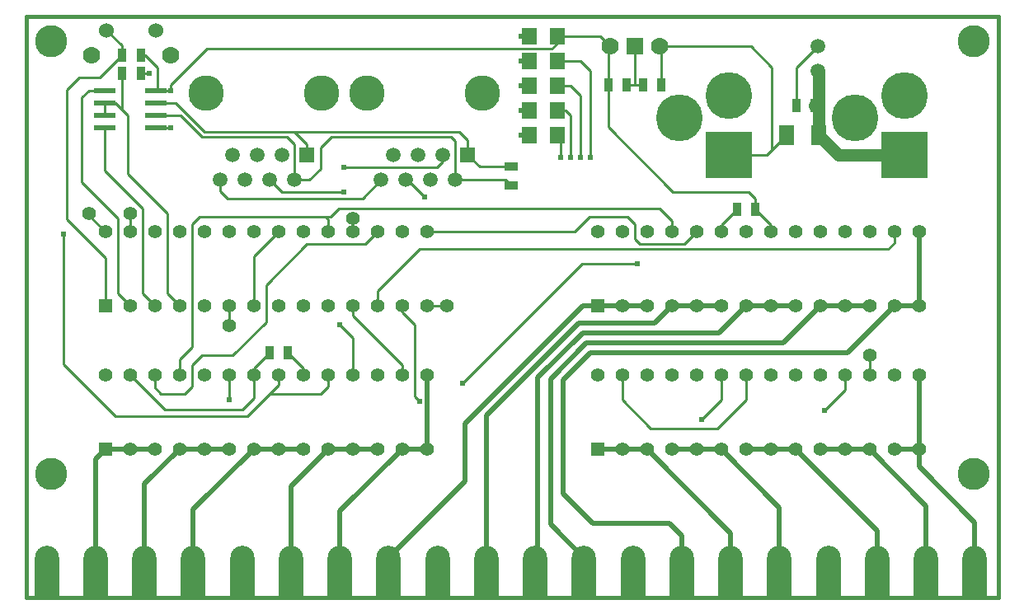
<source format=gtl>
G04 (created by PCBNEW-RS274X (2012-03-17 BZR 3466)-stable) date Mon 10 Dec 2012 10:26:00 PM EST*
G01*
G70*
G90*
%MOIN*%
G04 Gerber Fmt 3.4, Leading zero omitted, Abs format*
%FSLAX34Y34*%
G04 APERTURE LIST*
%ADD10C,0.006000*%
%ADD11C,0.015000*%
%ADD12C,0.059100*%
%ADD13C,0.060000*%
%ADD14C,0.070000*%
%ADD15C,0.055000*%
%ADD16R,0.055000X0.055000*%
%ADD17C,0.189000*%
%ADD18R,0.189000X0.189000*%
%ADD19C,0.143700*%
%ADD20R,0.059100X0.059100*%
%ADD21R,0.055000X0.035000*%
%ADD22R,0.035000X0.055000*%
%ADD23R,0.060000X0.080000*%
%ADD24R,0.086600X0.023600*%
%ADD25R,0.062900X0.070900*%
%ADD26R,0.070000X0.070000*%
%ADD27C,0.130000*%
%ADD28C,0.098400*%
%ADD29R,0.098400X0.160000*%
%ADD30C,0.024000*%
%ADD31C,0.010000*%
%ADD32C,0.020000*%
%ADD33C,0.050000*%
G04 APERTURE END LIST*
G54D10*
G54D11*
X00000Y-23500D02*
X39300Y-23500D01*
X00000Y00000D02*
X39300Y00000D01*
X00000Y-23500D02*
X00000Y00000D01*
X39300Y00000D02*
X39300Y-23500D01*
G54D12*
X32000Y-01200D03*
X32000Y-02200D03*
G54D13*
X03250Y-00550D03*
X05250Y-00550D03*
G54D14*
X02650Y-01550D03*
X05850Y-01550D03*
G54D15*
X04200Y-11700D03*
X05200Y-11700D03*
X06200Y-11700D03*
X07200Y-11700D03*
X08200Y-11700D03*
X09200Y-11700D03*
X10200Y-11700D03*
X11200Y-11700D03*
X12200Y-11700D03*
X13200Y-11700D03*
X14200Y-11700D03*
X15200Y-11700D03*
X16200Y-11700D03*
G54D16*
X03200Y-11700D03*
G54D15*
X16200Y-08700D03*
X15200Y-08700D03*
X14200Y-08700D03*
X13200Y-08700D03*
X12200Y-08700D03*
X11200Y-08700D03*
X10200Y-08700D03*
X09200Y-08700D03*
X08200Y-08700D03*
X07200Y-08700D03*
X06200Y-08700D03*
X05200Y-08700D03*
X04200Y-08700D03*
X03200Y-08700D03*
G54D17*
X28400Y-03200D03*
G54D18*
X28400Y-05600D03*
G54D17*
X26400Y-04100D03*
X35500Y-03200D03*
G54D18*
X35500Y-05600D03*
G54D17*
X33500Y-04100D03*
G54D19*
X13762Y-03100D03*
X18435Y-03100D03*
G54D20*
X17850Y-05600D03*
G54D12*
X17350Y-06600D03*
X16850Y-05600D03*
X16350Y-06600D03*
X15850Y-05600D03*
X15350Y-06600D03*
X14850Y-05600D03*
X14350Y-06600D03*
G54D19*
X07262Y-03100D03*
X11935Y-03100D03*
G54D20*
X11350Y-05600D03*
G54D12*
X10850Y-06600D03*
X10350Y-05600D03*
X09850Y-06600D03*
X09350Y-05600D03*
X08850Y-06600D03*
X08350Y-05600D03*
X07850Y-06600D03*
G54D21*
X19600Y-06075D03*
X19600Y-06825D03*
G54D22*
X10575Y-13600D03*
X09825Y-13600D03*
X04625Y-01550D03*
X03875Y-01550D03*
G54D23*
X30750Y-04800D03*
X32050Y-04800D03*
G54D22*
X03875Y-02300D03*
X04625Y-02300D03*
G54D24*
X03176Y-03000D03*
X03176Y-03500D03*
X03176Y-04000D03*
X03176Y-04500D03*
X05223Y-04500D03*
X05223Y-04000D03*
X05223Y-03500D03*
X05223Y-03000D03*
G54D25*
X21459Y-04800D03*
X20341Y-04800D03*
X21459Y-03800D03*
X20341Y-03800D03*
X21459Y-02800D03*
X20341Y-02800D03*
X21459Y-01800D03*
X20341Y-01800D03*
G54D14*
X25600Y-01200D03*
G54D26*
X24600Y-01200D03*
G54D14*
X23600Y-01200D03*
G54D25*
X21459Y-00799D03*
X20341Y-00799D03*
G54D22*
X23525Y-02750D03*
X24275Y-02750D03*
X31875Y-03600D03*
X31125Y-03600D03*
X25675Y-02750D03*
X24925Y-02750D03*
G54D15*
X02550Y-07950D03*
X04200Y-07950D03*
X13200Y-08150D03*
X17000Y-11700D03*
X08200Y-12500D03*
X34100Y-13700D03*
G54D27*
X38300Y-18500D03*
X01000Y-18500D03*
X38300Y-01000D03*
X01000Y-01000D03*
G54D22*
X28725Y-07800D03*
X29475Y-07800D03*
G54D15*
X24100Y-17500D03*
X25100Y-17500D03*
X26100Y-17500D03*
X27100Y-17500D03*
X28100Y-17500D03*
X29100Y-17500D03*
X30100Y-17500D03*
X31100Y-17500D03*
X32100Y-17500D03*
X33100Y-17500D03*
X34100Y-17500D03*
X35100Y-17500D03*
X36100Y-17500D03*
G54D16*
X23100Y-17500D03*
G54D15*
X36100Y-14500D03*
X35100Y-14500D03*
X34100Y-14500D03*
X33100Y-14500D03*
X32100Y-14500D03*
X31100Y-14500D03*
X30100Y-14500D03*
X29100Y-14500D03*
X28100Y-14500D03*
X27100Y-14500D03*
X26100Y-14500D03*
X25100Y-14500D03*
X24100Y-14500D03*
X23100Y-14500D03*
X24100Y-11700D03*
X25100Y-11700D03*
X26100Y-11700D03*
X27100Y-11700D03*
X28100Y-11700D03*
X29100Y-11700D03*
X30100Y-11700D03*
X31100Y-11700D03*
X32100Y-11700D03*
X33100Y-11700D03*
X34100Y-11700D03*
X35100Y-11700D03*
X36100Y-11700D03*
G54D16*
X23100Y-11700D03*
G54D15*
X36100Y-08700D03*
X35100Y-08700D03*
X34100Y-08700D03*
X33100Y-08700D03*
X32100Y-08700D03*
X31100Y-08700D03*
X30100Y-08700D03*
X29100Y-08700D03*
X28100Y-08700D03*
X27100Y-08700D03*
X26100Y-08700D03*
X25100Y-08700D03*
X24100Y-08700D03*
X23100Y-08700D03*
X04200Y-17500D03*
X05200Y-17500D03*
X06200Y-17500D03*
X07200Y-17500D03*
X08200Y-17500D03*
X09200Y-17500D03*
X10200Y-17500D03*
X11200Y-17500D03*
X12200Y-17500D03*
X13200Y-17500D03*
X14200Y-17500D03*
X15200Y-17500D03*
X16200Y-17500D03*
G54D16*
X03200Y-17500D03*
G54D15*
X16200Y-14500D03*
X15200Y-14500D03*
X14200Y-14500D03*
X13200Y-14500D03*
X12200Y-14500D03*
X11200Y-14500D03*
X10200Y-14500D03*
X09200Y-14500D03*
X08200Y-14500D03*
X07200Y-14500D03*
X06200Y-14500D03*
X05200Y-14500D03*
X04200Y-14500D03*
X03200Y-14500D03*
G54D28*
X38354Y-21900D03*
X34416Y-21900D03*
X32448Y-21900D03*
X36385Y-21900D03*
G54D29*
X32448Y-22700D03*
X34416Y-22700D03*
X36385Y-22700D03*
X38354Y-22700D03*
G54D28*
X30454Y-21900D03*
X26516Y-21900D03*
X24548Y-21900D03*
X28485Y-21900D03*
G54D29*
X24548Y-22700D03*
X26516Y-22700D03*
X28485Y-22700D03*
X30454Y-22700D03*
G54D28*
X22554Y-21900D03*
X18616Y-21900D03*
X16648Y-21900D03*
X20585Y-21900D03*
G54D29*
X16648Y-22700D03*
X18616Y-22700D03*
X20585Y-22700D03*
X22554Y-22700D03*
G54D28*
X14654Y-21900D03*
X10716Y-21900D03*
X08748Y-21900D03*
X12685Y-21900D03*
G54D29*
X08748Y-22700D03*
X10716Y-22700D03*
X12685Y-22700D03*
X14654Y-22700D03*
G54D28*
X06754Y-21900D03*
X02816Y-21900D03*
X00848Y-21900D03*
X04785Y-21900D03*
G54D29*
X00848Y-22700D03*
X02816Y-22700D03*
X04785Y-22700D03*
X06754Y-22700D03*
G54D30*
X08200Y-15500D03*
X27300Y-16300D03*
X22800Y-05700D03*
X22400Y-05700D03*
X22000Y-05700D03*
X21600Y-05700D03*
X32275Y-15925D03*
X12675Y-12475D03*
X12850Y-06100D03*
X12850Y-07100D03*
X16100Y-07300D03*
X17650Y-14825D03*
X24700Y-10000D03*
X15900Y-15550D03*
X05825Y-04500D03*
X04975Y-02300D03*
X20000Y-01800D03*
X20000Y-00800D03*
X20000Y-02800D03*
X20000Y-03800D03*
X20000Y-04800D03*
X01500Y-08800D03*
X05825Y-03000D03*
G54D31*
X27300Y-16300D02*
X28100Y-15500D01*
X08200Y-15500D02*
X08200Y-14500D01*
X28725Y-07800D02*
X28100Y-08425D01*
X28100Y-14500D02*
X28100Y-15500D01*
X28100Y-08425D02*
X28100Y-08700D01*
X21459Y-01800D02*
X22400Y-01800D01*
X22400Y-01800D02*
X22800Y-02200D01*
X22800Y-02200D02*
X22800Y-05700D01*
X22000Y-02800D02*
X21459Y-02800D01*
X22400Y-03200D02*
X22400Y-05700D01*
X22000Y-02800D02*
X22400Y-03200D01*
X21800Y-03800D02*
X22000Y-04000D01*
X21800Y-03800D02*
X21459Y-03800D01*
X22000Y-04000D02*
X22000Y-05700D01*
X21600Y-05700D02*
X21600Y-04941D01*
X21459Y-04800D02*
X21600Y-04941D01*
X12350Y-04850D02*
X11900Y-05300D01*
X17175Y-04850D02*
X12350Y-04850D01*
X06250Y-04000D02*
X07100Y-04850D01*
X05223Y-04000D02*
X06250Y-04000D01*
X17350Y-06600D02*
X19375Y-06600D01*
X10850Y-05150D02*
X10850Y-06600D01*
X17350Y-06600D02*
X17350Y-05025D01*
X10550Y-04850D02*
X10850Y-05150D01*
X11900Y-06150D02*
X11450Y-06600D01*
X11450Y-06600D02*
X10850Y-06600D01*
X19375Y-06600D02*
X19600Y-06825D01*
X11900Y-05300D02*
X11900Y-06150D01*
X07100Y-04850D02*
X10550Y-04850D01*
X17350Y-05025D02*
X17175Y-04850D01*
X17850Y-05000D02*
X17850Y-05600D01*
X07200Y-04650D02*
X10800Y-04650D01*
X06050Y-03500D02*
X07200Y-04650D01*
X11350Y-05150D02*
X11350Y-05600D01*
X10850Y-04650D02*
X11350Y-05150D01*
X18325Y-06075D02*
X19600Y-06075D01*
X17850Y-05600D02*
X18325Y-06075D01*
X10800Y-04650D02*
X10850Y-04650D01*
X10800Y-04650D02*
X17500Y-04650D01*
X17500Y-04650D02*
X17850Y-05000D01*
X05223Y-03500D02*
X06050Y-03500D01*
X13200Y-13000D02*
X13200Y-14500D01*
X12675Y-12475D02*
X13200Y-13000D01*
X33100Y-15100D02*
X33100Y-14500D01*
X32275Y-15925D02*
X33100Y-15100D01*
X10575Y-13600D02*
X11200Y-14225D01*
X11200Y-14225D02*
X11200Y-14500D01*
X30750Y-04800D02*
X30150Y-05400D01*
X30150Y-05400D02*
X29950Y-05600D01*
X29950Y-05600D02*
X28400Y-05600D01*
X25675Y-01275D02*
X25600Y-01200D01*
X29300Y-01200D02*
X30150Y-02050D01*
X30150Y-02050D02*
X30150Y-05400D01*
X25600Y-01200D02*
X29300Y-01200D01*
X25675Y-02750D02*
X25675Y-01275D01*
X01650Y-02950D02*
X02150Y-02450D01*
X03875Y-01550D02*
X03875Y-01175D01*
X03200Y-09750D02*
X01650Y-08200D01*
X01650Y-08200D02*
X01650Y-02950D01*
X03875Y-01175D02*
X03250Y-00550D01*
X02150Y-02450D02*
X02975Y-02450D01*
X03200Y-11700D02*
X03200Y-09750D01*
X02975Y-02450D02*
X03875Y-01550D01*
X12850Y-06100D02*
X16600Y-06100D01*
X16600Y-06100D02*
X16850Y-05850D01*
X16850Y-05850D02*
X16850Y-05600D01*
X10350Y-07100D02*
X12850Y-07100D01*
X09850Y-06600D02*
X10350Y-07100D01*
X15350Y-06600D02*
X15400Y-06600D01*
X15400Y-06600D02*
X16100Y-07300D01*
X07850Y-06600D02*
X07850Y-07050D01*
X08150Y-07350D02*
X13600Y-07350D01*
X13600Y-07350D02*
X14350Y-06600D01*
X07850Y-07050D02*
X08150Y-07350D01*
X03176Y-03000D02*
X02525Y-03000D01*
X02250Y-03275D02*
X02250Y-06700D01*
X03700Y-11200D02*
X04200Y-11700D01*
X02525Y-03000D02*
X02250Y-03275D01*
X03700Y-08150D02*
X03700Y-11200D01*
X02250Y-06700D02*
X03700Y-08150D01*
X25600Y-07750D02*
X26100Y-08250D01*
X12300Y-08100D02*
X12650Y-07750D01*
X12650Y-07750D02*
X25600Y-07750D01*
X06700Y-08400D02*
X07000Y-08100D01*
X12100Y-08100D02*
X12300Y-08100D01*
X06700Y-13350D02*
X06700Y-08400D01*
X06200Y-14500D02*
X06200Y-13850D01*
X26100Y-08250D02*
X26100Y-08700D01*
X06200Y-13850D02*
X06700Y-13350D01*
X12100Y-08100D02*
X12200Y-08200D01*
X12200Y-08700D02*
X12200Y-08200D01*
X07000Y-08100D02*
X12100Y-08100D01*
X09700Y-12350D02*
X08350Y-13700D01*
X08350Y-13700D02*
X07100Y-13700D01*
X06400Y-15250D02*
X05950Y-15250D01*
X05200Y-15000D02*
X05450Y-15250D01*
X14200Y-08700D02*
X13700Y-09200D01*
X09700Y-10850D02*
X09700Y-12350D01*
X06700Y-14950D02*
X06400Y-15250D01*
X06700Y-14100D02*
X06700Y-14950D01*
X05200Y-14500D02*
X05200Y-15000D01*
X11350Y-09200D02*
X09700Y-10850D01*
X05450Y-15250D02*
X05950Y-15250D01*
X13700Y-09200D02*
X11350Y-09200D01*
X07100Y-13700D02*
X06700Y-14100D01*
X17650Y-14825D02*
X22475Y-10000D01*
X22475Y-10000D02*
X24700Y-10000D01*
X34100Y-14500D02*
X34100Y-13700D01*
X04700Y-11200D02*
X05200Y-11700D01*
X03176Y-04500D02*
X03176Y-06226D01*
X04700Y-07750D02*
X04700Y-11200D01*
X03176Y-06226D02*
X04700Y-07750D01*
X03176Y-04000D02*
X03176Y-03500D01*
X04100Y-06350D02*
X05700Y-07950D01*
X05700Y-11200D02*
X06200Y-11700D01*
X03176Y-03500D02*
X03600Y-03500D01*
X04100Y-04000D02*
X04100Y-06350D01*
X03600Y-03500D02*
X03875Y-03775D01*
X05700Y-07950D02*
X05700Y-11200D01*
X03875Y-03775D02*
X04100Y-04000D01*
X04500Y-06750D02*
X05700Y-07950D01*
X03875Y-02300D02*
X03875Y-03775D01*
X13200Y-12100D02*
X13200Y-11700D01*
X15200Y-14500D02*
X15200Y-14100D01*
X15200Y-14100D02*
X13200Y-12100D01*
X14200Y-11700D02*
X14200Y-11100D01*
X14200Y-11100D02*
X15900Y-09400D01*
X15900Y-09400D02*
X34850Y-09400D01*
X34850Y-09400D02*
X35100Y-09150D01*
X35100Y-09150D02*
X35100Y-08700D01*
X15700Y-12450D02*
X15700Y-15350D01*
X15200Y-11950D02*
X15200Y-11700D01*
X15700Y-12450D02*
X15200Y-11950D01*
X15700Y-15350D02*
X15900Y-15550D01*
X24600Y-09000D02*
X24800Y-09200D01*
X22175Y-08700D02*
X16200Y-08700D01*
X22175Y-08700D02*
X22775Y-08100D01*
X22775Y-08100D02*
X24300Y-08100D01*
X24300Y-08100D02*
X24600Y-08400D01*
X24800Y-09200D02*
X26600Y-09200D01*
X27100Y-08700D02*
X26600Y-09200D01*
X24600Y-08400D02*
X24600Y-09000D01*
X16200Y-11700D02*
X17000Y-11700D01*
X13200Y-08150D02*
X13200Y-08700D01*
X04200Y-07950D02*
X04200Y-08700D01*
X02550Y-08050D02*
X03200Y-08700D01*
X02550Y-07950D02*
X02550Y-08050D01*
X08200Y-11700D02*
X08200Y-12500D01*
X29100Y-14500D02*
X29100Y-15500D01*
X05825Y-04500D02*
X05223Y-04500D01*
X31100Y-03650D02*
X31125Y-03625D01*
X25250Y-16650D02*
X24100Y-15500D01*
X04975Y-02300D02*
X04625Y-02300D01*
X27950Y-16650D02*
X25250Y-16650D01*
X24600Y-02750D02*
X24600Y-01200D01*
X24100Y-15500D02*
X24100Y-14500D01*
X08725Y-15900D02*
X05600Y-15900D01*
X09200Y-15425D02*
X08725Y-15900D01*
X09200Y-14225D02*
X09825Y-13600D01*
X29100Y-15500D02*
X27950Y-16650D01*
X31125Y-03625D02*
X31125Y-03600D01*
X24275Y-02750D02*
X24600Y-02750D01*
X31125Y-03600D02*
X31125Y-02075D01*
X31125Y-02075D02*
X32000Y-01200D01*
X05600Y-15900D02*
X04200Y-14500D01*
X24600Y-02750D02*
X24925Y-02750D01*
X09200Y-14500D02*
X09200Y-14225D01*
X09200Y-14500D02*
X09200Y-15425D01*
G54D32*
X09200Y-17500D02*
X06754Y-19946D01*
X06754Y-19946D02*
X06754Y-21900D01*
X09200Y-17500D02*
X11200Y-17500D01*
X10200Y-17500D02*
X09200Y-17500D01*
X24100Y-11700D02*
X25100Y-11700D01*
X23100Y-11700D02*
X25100Y-11700D01*
X22500Y-11700D02*
X17750Y-16450D01*
X17750Y-16450D02*
X17750Y-18804D01*
X23100Y-11700D02*
X22500Y-11700D01*
X17750Y-18804D02*
X14654Y-21900D01*
X33100Y-11700D02*
X34100Y-11700D01*
X22650Y-13200D02*
X21200Y-14650D01*
X30600Y-13200D02*
X22650Y-13200D01*
X21200Y-20546D02*
X22554Y-21900D01*
X34100Y-11700D02*
X32100Y-11700D01*
X21200Y-14650D02*
X21200Y-20546D01*
X32100Y-11700D02*
X30600Y-13200D01*
X26100Y-17500D02*
X28100Y-17500D01*
X28100Y-17500D02*
X30454Y-19854D01*
X30454Y-19854D02*
X30454Y-21900D01*
X27100Y-17500D02*
X28100Y-17500D01*
X36100Y-17500D02*
X36100Y-18200D01*
X36100Y-17500D02*
X36100Y-14500D01*
X36100Y-18200D02*
X38354Y-20454D01*
X35100Y-17500D02*
X36100Y-17500D01*
X38354Y-20454D02*
X38354Y-21900D01*
X06200Y-17500D02*
X04785Y-18915D01*
X04785Y-18915D02*
X04785Y-21900D01*
X07200Y-17500D02*
X08200Y-17500D01*
X06200Y-17500D02*
X08200Y-17500D01*
X15200Y-17500D02*
X16200Y-17500D01*
X15200Y-17500D02*
X12685Y-20015D01*
X12685Y-20015D02*
X12685Y-21900D01*
X16200Y-17500D02*
X16200Y-14500D01*
X29100Y-11700D02*
X30100Y-11700D01*
X20685Y-14615D02*
X20685Y-21900D01*
X29100Y-11700D02*
X28000Y-12800D01*
X22500Y-12800D02*
X20685Y-14615D01*
X29100Y-11700D02*
X31100Y-11700D01*
X28000Y-12800D02*
X22500Y-12800D01*
X28485Y-20885D02*
X28485Y-21900D01*
X23100Y-17500D02*
X25100Y-17500D01*
X25100Y-17500D02*
X28485Y-20885D01*
X24100Y-17500D02*
X25100Y-17500D01*
X32100Y-17500D02*
X34100Y-17500D01*
X33100Y-17500D02*
X34100Y-17500D01*
X36385Y-19785D02*
X36385Y-21900D01*
X34100Y-17500D02*
X36385Y-19785D01*
X04200Y-17500D02*
X05200Y-17500D01*
X03200Y-17500D02*
X02816Y-17884D01*
X02816Y-17884D02*
X02816Y-21900D01*
X03200Y-17500D02*
X05200Y-17500D01*
X12200Y-17500D02*
X14200Y-17500D01*
X12200Y-17500D02*
X10716Y-18984D01*
X14200Y-17500D02*
X13200Y-17500D01*
X10716Y-18984D02*
X10716Y-21900D01*
X27100Y-11700D02*
X28100Y-11700D01*
X26100Y-11700D02*
X25400Y-12400D01*
X26100Y-11700D02*
X28100Y-11700D01*
X18616Y-16134D02*
X18616Y-21900D01*
X25400Y-12400D02*
X22350Y-12400D01*
X22350Y-12400D02*
X18616Y-16134D01*
X21700Y-19300D02*
X22900Y-20500D01*
X22900Y-20500D02*
X26000Y-20500D01*
X33200Y-13600D02*
X22800Y-13600D01*
X26516Y-21016D02*
X26516Y-21900D01*
X22800Y-13600D02*
X21700Y-14700D01*
X26000Y-20500D02*
X26516Y-21016D01*
X36100Y-11700D02*
X35100Y-11700D01*
X35100Y-11700D02*
X33200Y-13600D01*
X36100Y-08700D02*
X36100Y-11700D01*
X21700Y-14700D02*
X21700Y-19300D01*
X29100Y-17500D02*
X31100Y-17500D01*
X30100Y-17500D02*
X29100Y-17500D01*
X34416Y-20816D02*
X34416Y-21900D01*
X31100Y-17500D02*
X34416Y-20816D01*
G54D31*
X20341Y-01800D02*
X20000Y-01800D01*
X20001Y-00799D02*
X20000Y-00800D01*
X20341Y-00799D02*
X20001Y-00799D01*
X20341Y-02800D02*
X20000Y-02800D01*
X20341Y-03800D02*
X20000Y-03800D01*
X20341Y-04800D02*
X20000Y-04800D01*
G54D33*
X00848Y-21900D02*
X00848Y-22700D01*
X31875Y-03600D02*
X32050Y-03775D01*
X32050Y-02250D02*
X32050Y-04800D01*
X32000Y-02200D02*
X32050Y-02250D01*
X32448Y-21900D02*
X32448Y-22700D01*
X16648Y-21900D02*
X16648Y-22700D01*
X24548Y-21900D02*
X24548Y-22700D01*
X32850Y-05600D02*
X35500Y-05600D01*
X32050Y-03775D02*
X32050Y-04800D01*
X08748Y-21900D02*
X08748Y-22700D01*
X32050Y-04800D02*
X32850Y-05600D01*
G54D31*
X12200Y-14500D02*
X12200Y-14950D01*
X12200Y-14950D02*
X11900Y-15250D01*
X11900Y-15250D02*
X09850Y-15250D01*
X04625Y-01550D02*
X04800Y-01550D01*
X10200Y-14900D02*
X09850Y-15250D01*
X26850Y-07100D02*
X28775Y-07100D01*
X26850Y-07100D02*
X26150Y-07100D01*
X10200Y-14500D02*
X10200Y-14900D01*
X23600Y-01200D02*
X23199Y-00799D01*
X09850Y-15250D02*
X08950Y-16150D01*
X05300Y-02050D02*
X04800Y-01550D01*
X01500Y-14050D02*
X01500Y-08800D01*
X05223Y-03000D02*
X05300Y-02923D01*
X03600Y-16150D02*
X01500Y-14050D01*
X08950Y-16150D02*
X03600Y-16150D01*
X05825Y-03000D02*
X05223Y-03000D01*
X29200Y-07100D02*
X29475Y-07375D01*
X23600Y-01200D02*
X23525Y-01275D01*
X26150Y-07100D02*
X23525Y-04475D01*
X07300Y-01300D02*
X05825Y-02775D01*
X23525Y-01275D02*
X23525Y-02750D01*
X21459Y-01091D02*
X21250Y-01300D01*
X21459Y-00799D02*
X21459Y-01091D01*
X10200Y-08700D02*
X09200Y-09700D01*
X29475Y-07800D02*
X30100Y-08425D01*
X21250Y-01300D02*
X07300Y-01300D01*
X04900Y-03000D02*
X05223Y-03000D01*
X05825Y-02775D02*
X05825Y-03000D01*
X29475Y-07375D02*
X29475Y-07800D01*
X05300Y-02923D02*
X05300Y-02050D01*
X28775Y-07100D02*
X29200Y-07100D01*
X23525Y-02750D02*
X23525Y-04475D01*
X30100Y-08425D02*
X30100Y-08700D01*
X09200Y-09700D02*
X09200Y-11700D01*
X23199Y-00799D02*
X21459Y-00799D01*
M02*

</source>
